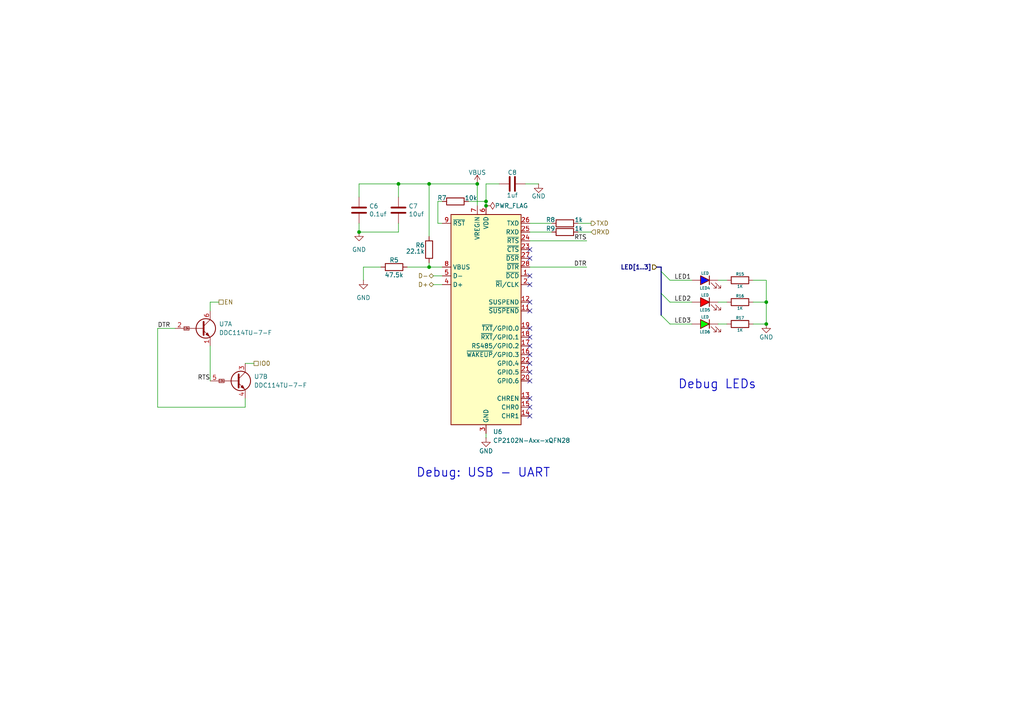
<source format=kicad_sch>
(kicad_sch (version 20250114) (generator "eeschema") (generator_version "9.0")
  (paper "A4")
  (title_block (title "ESP Drone") (date "2025-10-22") (rev "1.5.1"))
  (lib_symbols
    (symbol "Device:C" (pin_numbers (hide yes)) (pin_names (offset 0.254))
      (property "Reference" "C" (at 0.635 2.54 0))
      (property "Value" "C" (at 0.635 -2.54 0))
      (symbol "C_0_1"
        (polyline (pts (xy -2.032 0.762) (xy 2.032 0.762)) (stroke (width 0.508)))
        (polyline (pts (xy -2.032 -0.762) (xy 2.032 -0.762)) (stroke (width 0.508)))
      )
      (symbol "C_1_1"
        (pin passive line (at 0 3.81 270) (length 2.794) (name "~") (number "1"))
        (pin passive line (at 0 -3.81 90) (length 2.794) (name "~") (number "2"))
      )
    )
    (symbol "Device:R" (pin_numbers (hide yes)) (pin_names (offset 0))
      (property "Reference" "R" (at 2.032 0 90))
      (property "Value" "R" (at 0 0 90))
      (symbol "R_0_1"
        (rectangle (start -1.016 -2.54) (end 1.016 2.54) (stroke (width 0.254)))
      )
      (symbol "R_1_1"
        (pin passive line (at 0 3.81 270) (length 1.27) (name "~") (number "1"))
        (pin passive line (at 0 -3.81 90) (length 1.27) (name "~") (number "2"))
      )
    )
    (symbol "GND_1" (power) (pin_numbers (hide yes)) (pin_names (offset 0) (hide yes))
      (property "Value" "GND" (at 0 -3.81 0))
      (symbol "GND_1_0_1"
        (polyline (pts (xy 0 0) (xy 0 -1.27) (xy 1.27 -1.27) (xy 0 -2.54) (xy -1.27 -1.27) (xy 0 -1.27)))
      )
      (symbol "GND_1_1_1"
        (pin power_in line (at 0 0 270) (length 0) (name "~") (number "1"))
      )
    )
    (symbol "Interface_USB:CP2102N-Axx-xQFN28"
      (property "Reference" "U" (at -8.89 31.75 0))
      (property "Value" "CP2102N-Axx-xQFN28" (at 12.7 31.75 0))
      (symbol "CP2102N-Axx-xQFN28_0_1"
        (rectangle (start -10.16 30.48) (end 10.16 -30.48) (stroke (width 0.254)) (fill (type background)))
      )
      (symbol "CP2102N-Axx-xQFN28_1_1"
        (pin input line (at -12.7 27.94 0) (length 2.54) (name "~{RST}") (number "9"))
        (pin input line (at -12.7 15.24 0) (length 2.54) (name "VBUS") (number "8"))
        (pin bidirectional line (at -12.7 12.7 0) (length 2.54) (name "D-") (number "5"))
        (pin bidirectional line (at -12.7 10.16 0) (length 2.54) (name "D+") (number "4"))
        (pin no_connect line (at -10.16 -27.94 0) (length 2.54) (hide yes) (name "NC") (number "10"))
        (pin power_in line (at -2.54 33.02 270) (length 2.54) (name "VREGIN") (number "7"))
        (pin power_in line (at 0 33.02 270) (length 2.54) (name "VDD") (number "6"))
        (pin passive line (at 0 -33.02 90) (length 2.54) (hide yes) (name "GND") (number "29"))
        (pin power_in line (at 0 -33.02 90) (length 2.54) (name "GND") (number "3"))
        (pin output line (at 12.7 27.94 180) (length 2.54) (name "TXD") (number "26"))
        (pin input line (at 12.7 25.4 180) (length 2.54) (name "RXD") (number "25"))
        (pin output line (at 12.7 22.86 180) (length 2.54) (name "~{RTS}") (number "24"))
        (pin input line (at 12.7 20.32 180) (length 2.54) (name "~{CTS}") (number "23"))
        (pin input line (at 12.7 17.78 180) (length 2.54) (name "~{DSR}") (number "27"))
        (pin output line (at 12.7 15.24 180) (length 2.54) (name "~{DTR}") (number "28"))
        (pin input line (at 12.7 12.7 180) (length 2.54) (name "~{DCD}") (number "1"))
        (pin bidirectional line (at 12.7 10.16 180) (length 2.54) (name "~{RI}/CLK") (number "2"))
        (pin output line (at 12.7 5.08 180) (length 2.54) (name "SUSPEND") (number "12"))
        (pin output line (at 12.7 2.54 180) (length 2.54) (name "~{SUSPEND}") (number "11"))
        (pin bidirectional line (at 12.7 -2.54 180) (length 2.54) (name "~{TXT}/GPIO.0") (number "19"))
        (pin bidirectional line (at 12.7 -5.08 180) (length 2.54) (name "~{RXT}/GPIO.1") (number "18"))
        (pin bidirectional line (at 12.7 -7.62 180) (length 2.54) (name "RS485/GPIO.2") (number "17"))
        (pin bidirectional line (at 12.7 -10.16 180) (length 2.54) (name "~{WAKEUP}/GPIO.3") (number "16"))
        (pin bidirectional line (at 12.7 -12.7 180) (length 2.54) (name "GPIO.4") (number "22"))
        (pin bidirectional line (at 12.7 -15.24 180) (length 2.54) (name "GPIO.5") (number "21"))
        (pin bidirectional line (at 12.7 -17.78 180) (length 2.54) (name "GPIO.6") (number "20"))
        (pin output line (at 12.7 -22.86 180) (length 2.54) (name "CHREN") (number "13"))
        (pin output line (at 12.7 -25.4 180) (length 2.54) (name "CHR0") (number "15"))
        (pin output line (at 12.7 -27.94 180) (length 2.54) (name "CHR1") (number "14"))
      )
    )
    (symbol "VBUS_1" (power) (pin_numbers (hide yes)) (pin_names (offset 0) (hide yes))
      (property "Value" "VBUS" (at 0 3.556 0))
      (symbol "VBUS_1_0_1"
        (polyline (pts (xy -0.762 1.27) (xy 0 2.54)))
        (polyline (pts (xy 0 2.54) (xy 0.762 1.27)))
        (polyline (pts (xy 0 0) (xy 0 2.54)))
      )
      (symbol "VBUS_1_1_1"
        (pin power_in line (at 0 0 90) (length 0) (name "~") (number "1"))
      )
    )
    (symbol "loc_Diode:LED_BLUE" (pin_numbers (hide yes)) (pin_names (offset 1.016) (hide yes))
      (property "Reference" "LED" (at 1.524 -3.302 90))
      (property "Value" "CHG" (at -0.508 -3.302 90))
      (symbol "LED_BLUE_0_1"
        (polyline (pts (xy -3.048 -0.762) (xy -4.572 -2.286) (xy -3.81 -2.286) (xy -4.572 -2.286) (xy -4.572 -1.524)))
        (polyline (pts (xy -1.778 -0.762) (xy -3.302 -2.286) (xy -2.54 -2.286) (xy -3.302 -2.286) (xy -3.302 -1.524)))
        (polyline (pts (xy -1.27 -1.27) (xy -1.27 1.27)) (stroke (width 0.254)))
      )
      (symbol "LED_BLUE_1_1"
        (polyline (pts (xy 1.27 -1.27) (xy 1.27 1.27) (xy -1.27 0) (xy 1.27 -1.27)) (stroke (width 0.254)) (fill (type color) (color 0 18 255 1)))
        (pin passive line (at -3.81 0 0) (length 2.54) (name "K") (number "1"))
        (pin passive line (at 3.81 0 180) (length 2.54) (name "A") (number "2"))
      )
    )
    (symbol "loc_Diode:LED_GREEN" (pin_numbers (hide yes)) (pin_names (offset 1.016) (hide yes))
      (property "Reference" "LED" (at 0 -2.286 0))
      (property "Value" "LED_GREEN" (at 0 2.032 0))
      (symbol "LED_GREEN_0_1"
        (polyline (pts (xy -3.048 -0.762) (xy -4.572 -2.286) (xy -3.81 -2.286) (xy -4.572 -2.286) (xy -4.572 -1.524)))
        (polyline (pts (xy -1.778 -0.762) (xy -3.302 -2.286) (xy -2.54 -2.286) (xy -3.302 -2.286) (xy -3.302 -1.524)))
        (polyline (pts (xy -1.27 -1.27) (xy -1.27 1.27)) (stroke (width 0.254)))
      )
      (symbol "LED_GREEN_1_1"
        (polyline (pts (xy 1.27 -1.27) (xy 1.27 1.27) (xy -1.27 0) (xy 1.27 -1.27)) (stroke (width 0.254)) (fill (type color) (color 0 255 1 1)))
        (pin passive line (at -3.81 0 0) (length 2.54) (name "K") (number "1"))
        (pin passive line (at 3.81 0 180) (length 2.54) (name "A") (number "2"))
      )
    )
    (symbol "loc_Diode:LED_RED" (pin_numbers (hide yes)) (pin_names (offset 1.016) (hide yes))
      (property "Reference" "LED" (at 1.524 3.81 90))
      (property "Value" "CHG" (at -0.508 3.302 90))
      (symbol "LED_RED_0_1"
        (polyline (pts (xy -3.048 -0.762) (xy -4.572 -2.286) (xy -3.81 -2.286) (xy -4.572 -2.286) (xy -4.572 -1.524)))
        (polyline (pts (xy -1.778 -0.762) (xy -3.302 -2.286) (xy -2.54 -2.286) (xy -3.302 -2.286) (xy -3.302 -1.524)))
        (polyline (pts (xy -1.27 -1.27) (xy -1.27 1.27)) (stroke (width 0.254)))
      )
      (symbol "LED_RED_1_1"
        (polyline (pts (xy 1.27 -1.27) (xy 1.27 1.27) (xy -1.27 0) (xy 1.27 -1.27)) (stroke (width 0.254)) (fill (type color) (color 255 0 4 1)))
        (pin passive line (at -3.81 0 0) (length 2.54) (name "K") (number "1"))
        (pin passive line (at 3.81 0 180) (length 2.54) (name "A") (number "2"))
      )
    )
    (symbol "loc_Transistors:DDC114TU-7-F" (pin_names (hide yes))
      (property "Reference" "U7" (at 3.81 1.2701 0))
      (property "Value" "DDC114TU-7-F" (at 3.81 -1.2699 0))
      (symbol "DDC114TU-7-F_0_1"
        (rectangle (start -6.35 0.508) (end -4.826 -0.508))
        (polyline (pts (xy -0.762 0) (xy -4.826 0)))
        (polyline (pts (xy -0.635 1.905) (xy -0.635 -1.905)) (stroke (width 0.508)))
        (polyline (pts (xy -0.635 0.635) (xy 1.27 2.54)))
        (polyline (pts (xy -0.635 -0.635) (xy 1.27 -2.54)))
        (polyline (pts (xy 0 -1.778) (xy 0.508 -1.27) (xy 1.016 -2.286) (xy 0 -1.778)) (fill (type outline)))
        (text "10k" (at -5.588 0 0) (effects (font (size 0.5 0.5))))
      )
      (symbol "DDC114TU-7-F_1_1"
        (circle (center 0 0) (radius 2.8194) (stroke (width 0.254)))
        (pin input line (at -8.89 0 0) (length 2.54) (name "B1") (number "2"))
        (pin passive line (at 1.27 5.08 270) (length 2.54) (name "C1") (number "6"))
        (pin passive line (at 1.27 -5.08 90) (length 2.54) (name "E1") (number "1"))
      )
      (symbol "DDC114TU-7-F_2_1"
        (circle (center 0 0) (radius 2.8194) (stroke (width 0.254)))
        (pin input line (at -8.89 0 0) (length 2.54) (name "B2") (number "5"))
        (pin passive line (at 1.27 5.08 270) (length 2.54) (name "C2") (number "3"))
        (pin passive line (at 1.27 -5.08 90) (length 2.54) (name "E2") (number "4"))
      )
    )
    (symbol "power:PWR_FLAG" (power) (pin_numbers (hide yes)) (pin_names (offset 0) (hide yes))
      (property "Value" "PWR_FLAG" (at 0 3.81 0))
      (symbol "PWR_FLAG_0_0"
        (pin power_out line (at 0 0 90) (length 0) (name "~") (number "1"))
      )
      (symbol "PWR_FLAG_0_1"
        (polyline (pts (xy 0 0) (xy 0 1.27) (xy -1.016 1.905) (xy 0 2.54) (xy 1.016 1.905) (xy 0 1.27)))
      )
    )
  )
  (text "Debug LEDs" (at 196.596 113.03 0) (effects (font (size 2.54 2.54) (thickness 0.254) (bold yes)) (justify left bottom)))
  (text "Debug: USB - UART" (at 120.65 138.684 0) (effects (font (size 2.54 2.54) (thickness 0.254) (bold yes)) (justify left bottom)))
  (junction (at 115.57 53.34))
  (junction (at 138.43 53.34))
  (junction (at 104.14 67.31))
  (junction (at 140.97 59.69))
  (junction (at 124.46 77.47))
  (junction (at 222.25 93.98))
  (junction (at 124.46 53.34))
  (junction (at 222.25 87.63))
  (junction (at 140.97 58.42))
  (no_connect (at 153.67 120.65))
  (no_connect (at 153.67 74.93))
  (no_connect (at 153.67 110.49))
  (no_connect (at 153.67 102.87))
  (no_connect (at 153.67 87.63))
  (no_connect (at 153.67 95.25))
  (no_connect (at 153.67 72.39))
  (no_connect (at 153.67 107.95))
  (no_connect (at 153.67 80.01))
  (no_connect (at 153.67 115.57))
  (no_connect (at 153.67 90.17))
  (no_connect (at 153.67 118.11))
  (no_connect (at 153.67 105.41))
  (no_connect (at 153.67 100.33))
  (no_connect (at 153.67 82.55))
  (no_connect (at 153.67 97.79))
  (bus_entry (at 191.77 85.09) (size 2.54 2.54))
  (bus_entry (at 191.77 78.74) (size 2.54 2.54))
  (bus_entry (at 191.77 91.44) (size 2.54 2.54))
  (bus (pts (xy 191.77 85.09) (xy 191.77 91.44)))
  (wire (pts (xy 104.14 53.34) (xy 115.57 53.34)))
  (wire (pts (xy 140.97 58.42) (xy 140.97 59.69)))
  (wire (pts (xy 124.46 53.34) (xy 138.43 53.34)))
  (wire (pts (xy 194.31 93.98) (xy 200.66 93.98)))
  (wire (pts (xy 194.31 81.28) (xy 200.66 81.28)))
  (wire (pts (xy 144.78 53.34) (xy 140.97 53.34)))
  (wire (pts (xy 60.96 87.63) (xy 60.96 90.17)))
  (wire (pts (xy 160.02 64.77) (xy 153.67 64.77)))
  (wire (pts (xy 115.57 64.77) (xy 115.57 67.31)))
  (wire (pts (xy 104.14 57.15) (xy 104.14 53.34)))
  (wire (pts (xy 105.41 81.28) (xy 105.41 77.47)))
  (wire (pts (xy 71.12 115.57) (xy 71.12 118.11)))
  (wire (pts (xy 127 58.42) (xy 127 64.77)))
  (wire (pts (xy 194.31 87.63) (xy 200.66 87.63)))
  (wire (pts (xy 160.02 67.31) (xy 153.67 67.31)))
  (wire (pts (xy 218.44 87.63) (xy 222.25 87.63)))
  (wire (pts (xy 171.45 67.31) (xy 167.64 67.31)))
  (wire (pts (xy 222.25 81.28) (xy 222.25 87.63)))
  (wire (pts (xy 222.25 87.63) (xy 222.25 93.98)))
  (wire (pts (xy 124.46 77.47) (xy 128.27 77.47)))
  (wire (pts (xy 171.45 64.77) (xy 167.64 64.77)))
  (wire (pts (xy 45.72 118.11) (xy 71.12 118.11)))
  (wire (pts (xy 125.73 82.55) (xy 128.27 82.55)))
  (wire (pts (xy 170.18 69.85) (xy 153.67 69.85)))
  (wire (pts (xy 60.96 100.33) (xy 60.96 110.49)))
  (wire (pts (xy 125.73 80.01) (xy 128.27 80.01)))
  (wire (pts (xy 63.5 87.63) (xy 60.96 87.63)))
  (wire (pts (xy 218.44 81.28) (xy 222.25 81.28)))
  (wire (pts (xy 153.67 77.47) (xy 170.18 77.47)))
  (wire (pts (xy 218.44 93.98) (xy 222.25 93.98)))
  (wire (pts (xy 127 64.77) (xy 128.27 64.77)))
  (bus (pts (xy 190.5 77.47) (xy 191.77 77.47)))
  (wire (pts (xy 124.46 53.34) (xy 124.46 68.58)))
  (wire (pts (xy 115.57 53.34) (xy 124.46 53.34)))
  (wire (pts (xy 208.28 93.98) (xy 210.82 93.98)))
  (wire (pts (xy 73.66 105.41) (xy 71.12 105.41)))
  (wire (pts (xy 104.14 64.77) (xy 104.14 67.31)))
  (bus (pts (xy 191.77 78.74) (xy 191.77 85.09)))
  (wire (pts (xy 105.41 77.47) (xy 110.49 77.47)))
  (wire (pts (xy 104.14 67.31) (xy 115.57 67.31)))
  (wire (pts (xy 208.28 81.28) (xy 210.82 81.28)))
  (wire (pts (xy 135.89 58.42) (xy 140.97 58.42)))
  (wire (pts (xy 124.46 76.2) (xy 124.46 77.47)))
  (wire (pts (xy 45.72 95.25) (xy 50.8 95.25)))
  (wire (pts (xy 118.11 77.47) (xy 124.46 77.47)))
  (bus (pts (xy 191.77 77.47) (xy 191.77 78.74)))
  (wire (pts (xy 152.4 53.34) (xy 156.21 53.34)))
  (wire (pts (xy 138.43 53.34) (xy 138.43 59.69)))
  (wire (pts (xy 208.28 87.63) (xy 210.82 87.63)))
  (wire (pts (xy 45.72 95.25) (xy 45.72 118.11)))
  (wire (pts (xy 140.97 127) (xy 140.97 125.73)))
  (wire (pts (xy 128.27 58.42) (xy 127 58.42)))
  (wire (pts (xy 115.57 53.34) (xy 115.57 57.15)))
  (wire (pts (xy 140.97 53.34) (xy 140.97 58.42)))
  (label "LED2" (at 195.58 87.63 0))
  (label "DTR" (at 170.18 77.47 180))
  (label "RTS" (at 60.96 110.49 180))
  (label "LED3" (at 195.58 93.98 0))
  (label "LED1" (at 195.58 81.28 0))
  (label "RTS" (at 170.18 69.85 180))
  (label "DTR" (at 45.72 95.25 0))
  (hierarchical_label "EN" (shape passive) (at 63.5 87.63 0))
  (hierarchical_label "D-" (shape bidirectional) (at 125.73 80.01 180))
  (hierarchical_label "LED[1..3]" (shape input) (at 190.5 77.47 180) (effects (font (thickness 0.254) (bold yes))))
  (hierarchical_label "D+" (shape bidirectional) (at 125.73 82.55 180))
  (hierarchical_label "TXD" (shape output) (at 171.45 64.77 0))
  (hierarchical_label "RXD" (shape input) (at 171.45 67.31 0))
  (hierarchical_label "IO0" (shape passive) (at 73.66 105.41 0))
  (symbol (lib_id "Device:R") (at 163.83 64.77 90) (unit 1)
    (property "Reference" "R8" (at 161.036 63.754 90) (effects (justify left)))
    (property "Value" "1k" (at 166.624 63.754 90) (effects (justify right)))
    (property "Footprint" "Resistor_SMD:R_0603_1608Metric" (effects (hide yes)))
  )
  (symbol (lib_id "Device:C") (at 115.57 60.96 0) (unit 1)
    (property "Reference" "C7" (at 118.491 59.7916 0) (effects (justify left)))
    (property "Value" "10uf" (at 118.491 62.103 0) (effects (justify left)))
    (property "Footprint" "Capacitor_SMD:C_0603_1608Metric" (effects (hide yes)))
  )
  (symbol (lib_id "Device:R") (at 163.83 67.31 90) (unit 1)
    (property "Reference" "R9" (at 161.036 66.294 90) (effects (justify left)))
    (property "Value" "1k" (at 166.624 66.294 90) (effects (justify right)))
    (property "Footprint" "Resistor_SMD:R_0603_1608Metric" (effects (hide yes)))
  )
  (symbol (lib_id "loc_Transistors:DDC114TU-7-F") (at 59.69 95.25 0) (unit 1)
    (property "Reference" "U7" (at 63.5 93.9799 0) (effects (justify left)))
    (property "Value" "DDC114TU-7-F" (at 63.5 96.5199 0) (effects (justify left)))
    (property "Footprint" "Package_TO_SOT_SMD:SOT-363_SC-70-6" (effects (hide yes)))
    (property "Datasheet" "https://www.diodes.com/assets/Datasheets/DDC_XXXX_U.pdf" (effects (hide yes)))
    (property "Description" "Dual NPN bias resistor transistor without a base-emitter resistor, 6 pin package" (effects (hide yes)))
    (property "Manufacturer_Name" " DIODES" (effects (hide yes)))
  )
  (symbol (lib_id "loc_Diode:LED_RED") (at 204.47 87.63 0) (mirror y) (unit 1)
    (property "Reference" "LED5" (at 204.47 89.916 0) (effects (font (size 0.8 0.8))))
    (property "Value" "LED" (at 204.47 85.598 0) (effects (font (size 0.8 0.8))))
    (property "Footprint" "LED_SMD:LED_0603_1608Metric" (effects (hide yes)))
  )
  (symbol (lib_id "Device:R") (at 114.3 77.47 90) (unit 1)
    (property "Reference" "R5" (at 114.3 75.438 90))
    (property "Value" "47.5k" (at 114.3 79.756 90))
    (property "Footprint" "Resistor_SMD:R_0603_1608Metric" (effects (hide yes)))
  )
  (symbol (lib_name "VBUS_1") (lib_id "power:VBUS") (at 138.43 53.34 0) (unit 1)
    (property "Reference" "#PWR047" (effects (hide yes)))
    (property "Value" "VBUS" (at 138.43 50.038 0))
    (property "Description" "Power symbol creates a global label with name \"VBUS\"" (effects (hide yes)))
  )
  (symbol (lib_id "Device:C") (at 104.14 60.96 0) (unit 1)
    (property "Reference" "C6" (at 107.061 59.7916 0) (effects (justify left)))
    (property "Value" "0.1uf" (at 107.061 62.103 0) (effects (justify left)))
    (property "Footprint" "Capacitor_SMD:C_0603_1608Metric" (effects (hide yes)))
  )
  (symbol (lib_name "GND_1") (lib_id "power:GND") (at 140.97 127 0) (unit 1)
    (property "Reference" "#PWR029" (effects (hide yes)))
    (property "Value" "GND" (at 140.97 130.81 0))
    (property "Description" "Power symbol creates a global label with name \"GND\" , ground" (effects (hide yes)))
  )
  (symbol (lib_id "Device:R") (at 214.63 87.63 270) (mirror x) (unit 1)
    (property "Reference" "R16" (at 214.63 85.852 90) (effects (font (size 0.8 0.8))))
    (property "Value" "1K" (at 214.63 89.408 90) (effects (font (size 0.8 0.8))))
    (property "Footprint" "Resistor_SMD:R_0603_1608Metric" (effects (hide yes)))
  )
  (symbol (lib_id "Device:R") (at 132.08 58.42 90) (unit 1)
    (property "Reference" "R7" (at 129.54 57.404 90) (effects (justify left)))
    (property "Value" "10k" (at 138.43 57.404 90) (effects (justify left)))
    (property "Footprint" "Resistor_SMD:R_0603_1608Metric" (effects (hide yes)))
  )
  (symbol (lib_id "Device:R") (at 214.63 93.98 270) (mirror x) (unit 1)
    (property "Reference" "R17" (at 214.63 92.202 90) (effects (font (size 0.8 0.8))))
    (property "Value" "1K" (at 214.63 95.758 90) (effects (font (size 0.8 0.8))))
    (property "Footprint" "Resistor_SMD:R_0603_1608Metric" (effects (hide yes)))
  )
  (symbol (lib_id "loc_Diode:LED_BLUE") (at 204.47 81.28 0) (mirror y) (unit 1)
    (property "Reference" "LED4" (at 204.47 83.566 0) (effects (font (size 0.8 0.8))))
    (property "Value" "LED" (at 204.47 79.248 0) (effects (font (size 0.8 0.8))))
    (property "Footprint" "LED_SMD:LED_0603_1608Metric" (effects (hide yes)))
  )
  (symbol (lib_name "GND_1") (lib_id "power:GND") (at 156.21 53.34 0) (unit 1)
    (property "Reference" "#PWR027" (effects (hide yes)))
    (property "Value" "GND" (at 156.21 56.896 0))
    (property "Description" "Power symbol creates a global label with name \"GND\" , ground" (effects (hide yes)))
  )
  (symbol (lib_id "Device:R") (at 214.63 81.28 270) (mirror x) (unit 1)
    (property "Reference" "R15" (at 214.63 79.502 90) (effects (font (size 0.8 0.8))))
    (property "Value" "1K" (at 214.63 83.058 90) (effects (font (size 0.8 0.8))))
    (property "Footprint" "Resistor_SMD:R_0603_1608Metric" (effects (hide yes)))
  )
  (symbol (lib_name "GND_1") (lib_id "power:GND") (at 104.14 67.31 0) (unit 1)
    (property "Reference" "#PWR026" (effects (hide yes)))
    (property "Value" "GND" (at 104.14 72.39 0))
    (property "Description" "Power symbol creates a global label with name \"GND\" , ground" (effects (hide yes)))
  )
  (symbol (lib_name "GND_1") (lib_id "power:GND") (at 105.41 81.28 0) (unit 1)
    (property "Reference" "#PWR025" (effects (hide yes)))
    (property "Value" "GND" (at 105.41 86.36 0))
    (property "Description" "Power symbol creates a global label with name \"GND\" , ground" (effects (hide yes)))
  )
  (symbol (lib_name "GND_1") (lib_id "power:GND") (at 222.25 93.98 0) (mirror y) (unit 1)
    (property "Reference" "#PWR046" (effects (hide yes)))
    (property "Value" "GND" (at 222.25 97.79 0))
    (property "Description" "Power symbol creates a global label with name \"GND\" , ground" (effects (hide yes)))
  )
  (symbol (lib_id "Interface_USB:CP2102N-Axx-xQFN28") (at 140.97 92.71 0) (unit 1)
    (property "Reference" "U6" (at 142.9894 125.222 0) (effects (justify left)))
    (property "Value" "CP2102N-Axx-xQFN28" (at 142.9894 127.762 0) (effects (justify left)))
    (property "Footprint" "Package_DFN_QFN:QFN-28-1EP_5x5mm_P0.5mm_EP3.35x3.35mm" (effects (hide yes)))
    (property "Datasheet" "https://www.silabs.com/documents/public/data-sheets/cp2102n-datasheet.pdf" (effects (hide yes)))
    (property "Manufacturer_Name" " SKYWORKS/SILICON LABS" (effects (hide yes)))
  )
  (symbol (lib_id "loc_Diode:LED_GREEN") (at 204.47 93.98 0) (mirror y) (unit 1)
    (property "Reference" "LED6" (at 204.47 96.266 0) (effects (font (size 0.8 0.8))))
    (property "Value" "LED" (at 204.47 91.948 0) (effects (font (size 0.8 0.8))))
    (property "Footprint" "LED_SMD:LED_0603_1608Metric" (effects (hide yes)))
  )
  (symbol (lib_id "power:PWR_FLAG") (at 140.97 59.69 270) (unit 1)
    (property "Reference" "#FLG05" (effects (hide yes)))
    (property "Value" "PWR_FLAG" (at 143.51 59.69 90) (effects (justify left)))
    (property "Description" "Special symbol for telling ERC where power comes from" (effects (hide yes)))
  )
  (symbol (lib_id "loc_Transistors:DDC114TU-7-F") (at 69.85 110.49 0) (unit 2)
    (property "Reference" "U7" (at 73.66 109.2199 0) (effects (justify left)))
    (property "Value" "DDC114TU-7-F" (at 73.66 111.7599 0) (effects (justify left)))
    (property "Footprint" "Package_TO_SOT_SMD:SOT-363_SC-70-6" (effects (hide yes)))
    (property "Datasheet" "https://www.diodes.com/assets/Datasheets/DDC_XXXX_U.pdf" (effects (hide yes)))
    (property "Description" "Dual NPN bias resistor transistor without a base-emitter resistor, 6 pin package" (effects (hide yes)))
    (property "Manufacturer_Name" " DIODES" (effects (hide yes)))
  )
  (symbol (lib_id "Device:R") (at 124.46 72.39 180) (unit 1)
    (property "Reference" "R6" (at 123.19 71.12 0) (effects (justify left)))
    (property "Value" "22.1k" (at 123.19 72.898 0) (effects (justify left)))
    (property "Footprint" "Resistor_SMD:R_0603_1608Metric" (effects (hide yes)))
  )
  (symbol (lib_id "Device:C") (at 148.59 53.34 90) (unit 1)
    (property "Reference" "C8" (at 148.59 50.038 90))
    (property "Value" "1uf" (at 148.59 56.642 90))
    (property "Footprint" "Capacitor_SMD:C_0603_1608Metric" (effects (hide yes)))
  )
)
</source>
